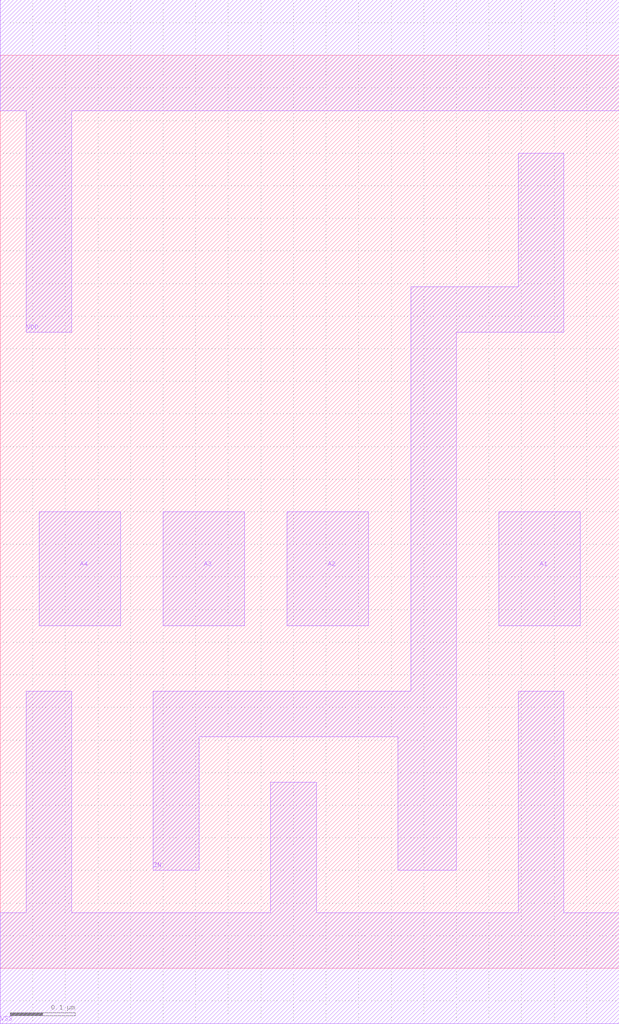
<source format=lef>
# 
# ******************************************************************************
# *                                                                            *
# *                   Copyright (C) 2004-2010, Nangate Inc.                    *
# *                           All rights reserved.                             *
# *                                                                            *
# * Nangate and the Nangate logo are trademarks of Nangate Inc.                *
# *                                                                            *
# * All trademarks, logos, software marks, and trade names (collectively the   *
# * "Marks") in this program are proprietary to Nangate or other respective    *
# * owners that have granted Nangate the right and license to use such Marks.  *
# * You are not permitted to use the Marks without the prior written consent   *
# * of Nangate or such third party that may own the Marks.                     *
# *                                                                            *
# * This file has been provided pursuant to a License Agreement containing     *
# * restrictions on its use. This file contains valuable trade secrets and     *
# * proprietary information of Nangate Inc., and is protected by U.S. and      *
# * international laws and/or treaties.                                        *
# *                                                                            *
# * The copyright notice(s) in this file does not indicate actual or intended  *
# * publication of this file.                                                  *
# *                                                                            *
# *     NGLibraryCreator, v2010.08-HR32-SP3-2010-08-05 - build 1009061800      *
# *                                                                            *
# ******************************************************************************
# 
# 
# Running on brazil06.nangate.com.br for user Giancarlo Franciscatto (gfr).
# Local time is now Fri, 3 Dec 2010, 19:32:18.
# Main process id is 27821.

VERSION 5.6 ;
BUSBITCHARS "[]" ;
DIVIDERCHAR "/" ;

MACRO NOR4_X1
  CLASS core ;
  FOREIGN NOR4_X1 0.0 0.0 ;
  ORIGIN 0 0 ;
  SYMMETRY X Y ;
  SITE FreePDK45_38x28_10R_NP_162NW_34O ;
  SIZE 0.95 BY 1.4 ;
  PIN A1
    DIRECTION INPUT ;
    ANTENNAPARTIALMETALAREA 0.021875 LAYER metal1 ;
    ANTENNAPARTIALMETALSIDEAREA 0.078 LAYER metal1 ;
    ANTENNAGATEAREA 0.05225 ;
    PORT
      LAYER metal1 ;
        POLYGON 0.765 0.525 0.89 0.525 0.89 0.7 0.765 0.7  ;
    END
  END A1
  PIN A2
    DIRECTION INPUT ;
    ANTENNAPARTIALMETALAREA 0.021875 LAYER metal1 ;
    ANTENNAPARTIALMETALSIDEAREA 0.078 LAYER metal1 ;
    ANTENNAGATEAREA 0.05225 ;
    PORT
      LAYER metal1 ;
        POLYGON 0.44 0.525 0.565 0.525 0.565 0.7 0.44 0.7  ;
    END
  END A2
  PIN A3
    DIRECTION INPUT ;
    ANTENNAPARTIALMETALAREA 0.021875 LAYER metal1 ;
    ANTENNAPARTIALMETALSIDEAREA 0.078 LAYER metal1 ;
    ANTENNAGATEAREA 0.05225 ;
    PORT
      LAYER metal1 ;
        POLYGON 0.25 0.525 0.375 0.525 0.375 0.7 0.25 0.7  ;
    END
  END A3
  PIN A4
    DIRECTION INPUT ;
    ANTENNAPARTIALMETALAREA 0.021875 LAYER metal1 ;
    ANTENNAPARTIALMETALSIDEAREA 0.078 LAYER metal1 ;
    ANTENNAGATEAREA 0.05225 ;
    PORT
      LAYER metal1 ;
        POLYGON 0.06 0.525 0.185 0.525 0.185 0.7 0.06 0.7  ;
    END
  END A4
  PIN ZN
    DIRECTION OUTPUT ;
    ANTENNAPARTIALMETALAREA 0.13465 LAYER metal1 ;
    ANTENNAPARTIALMETALSIDEAREA 0.5031 LAYER metal1 ;
    ANTENNADIFFAREA 0.18235 ;
    PORT
      LAYER metal1 ;
        POLYGON 0.235 0.15 0.305 0.15 0.305 0.355 0.61 0.355 0.61 0.15 0.7 0.15 0.7 0.975 0.865 0.975 0.865 1.25 0.795 1.25 0.795 1.045 0.63 1.045 0.63 0.425 0.235 0.425  ;
    END
  END ZN
  PIN VDD
    DIRECTION INOUT ;
    USE power ;
    SHAPE ABUTMENT ;
    PORT
      LAYER metal1 ;
        POLYGON 0 1.315 0.04 1.315 0.04 0.975 0.11 0.975 0.11 1.315 0.95 1.315 0.95 1.485 0 1.485  ;
    END
  END VDD
  PIN VSS
    DIRECTION INOUT ;
    USE ground ;
    SHAPE ABUTMENT ;
    PORT
      LAYER metal1 ;
        POLYGON 0 -0.085 0.95 -0.085 0.95 0.085 0.865 0.085 0.865 0.425 0.795 0.425 0.795 0.085 0.485 0.085 0.485 0.285 0.415 0.285 0.415 0.085 0.11 0.085 0.11 0.425 0.04 0.425 0.04 0.085 0 0.085  ;
    END
  END VSS
END NOR4_X1

END LIBRARY
#
# End of file
#

</source>
